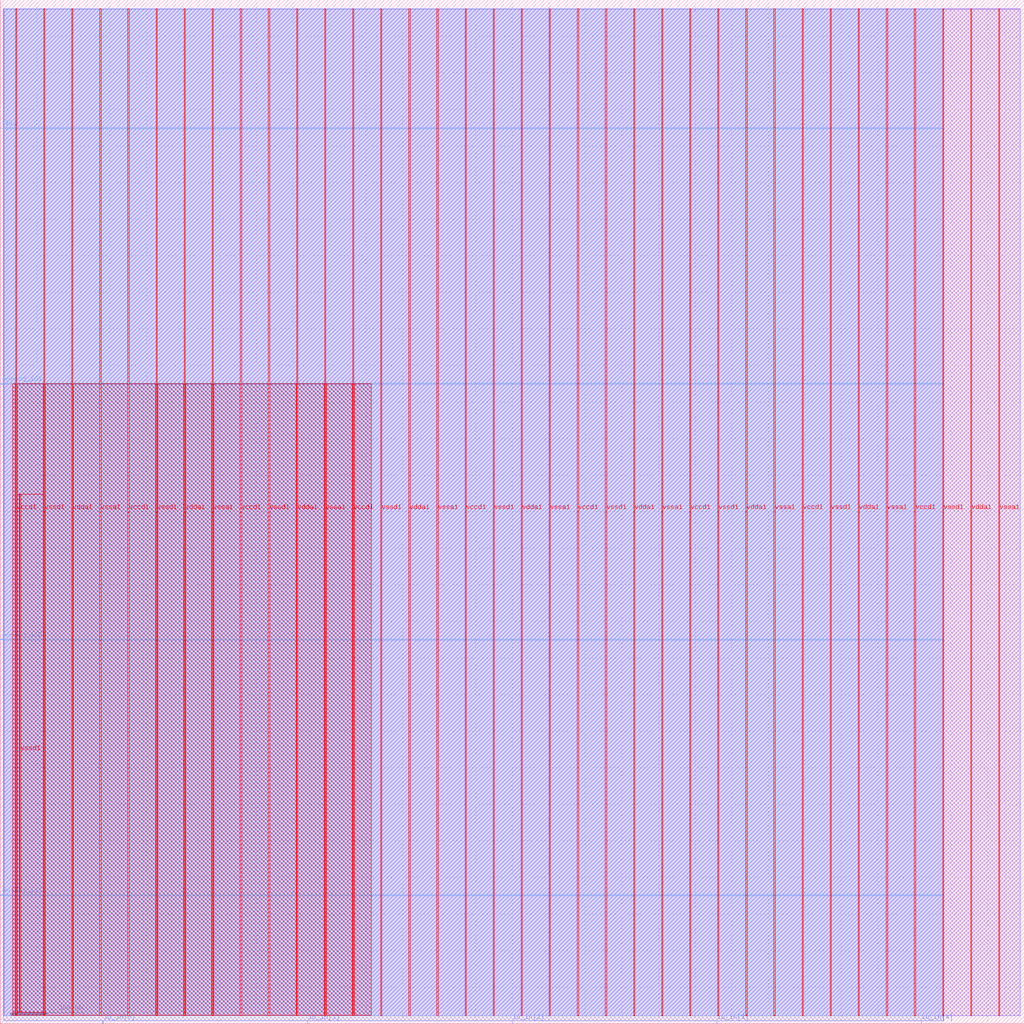
<source format=lef>
VERSION 5.7 ;
  NOWIREEXTENSIONATPIN ON ;
  DIVIDERCHAR "/" ;
  BUSBITCHARS "[]" ;
MACRO user_proj_example
  CLASS BLOCK ;
  FOREIGN user_proj_example ;
  ORIGIN 0.000 0.000 ;
  SIZE 1400.000 BY 1400.000 ;
  PIN SEL2
    DIRECTION INPUT ;
    USE SIGNAL ;
    ANTENNAGATEAREA 0.495000 ;
    PORT
      LAYER met3 ;
        RECT 0.000 1224.040 4.000 1224.640 ;
    END
  END SEL2
  PIN analog_io1
    DIRECTION INPUT ;
    USE SIGNAL ;
    PORT
      LAYER met3 ;
        RECT 0.000 874.520 4.000 875.120 ;
    END
  END analog_io1
  PIN analog_io2
    DIRECTION INOUT ;
    USE SIGNAL ;
    ANTENNADIFFAREA 0.434700 ;
    PORT
      LAYER met3 ;
        RECT 0.000 525.000 4.000 525.600 ;
    END
  END analog_io2
  PIN analog_io3
    DIRECTION INPUT ;
    USE SIGNAL ;
    PORT
      LAYER met3 ;
        RECT 0.000 175.480 4.000 176.080 ;
    END
  END analog_io3
  PIN io_in[0]
    DIRECTION INPUT ;
    USE SIGNAL ;
    ANTENNAGATEAREA 0.213000 ;
    PORT
      LAYER met2 ;
        RECT 140.390 0.000 140.670 4.000 ;
    END
  END io_in[0]
  PIN io_in[1]
    DIRECTION INPUT ;
    USE SIGNAL ;
    ANTENNAGATEAREA 0.247500 ;
    PORT
      LAYER met2 ;
        RECT 420.070 0.000 420.350 4.000 ;
    END
  END io_in[1]
  PIN io_in[2]
    DIRECTION INPUT ;
    USE SIGNAL ;
    ANTENNAGATEAREA 0.213000 ;
    PORT
      LAYER met2 ;
        RECT 699.750 0.000 700.030 4.000 ;
    END
  END io_in[2]
  PIN io_in[3]
    DIRECTION INPUT ;
    USE SIGNAL ;
    ANTENNAGATEAREA 0.213000 ;
    PORT
      LAYER met2 ;
        RECT 979.430 0.000 979.710 4.000 ;
    END
  END io_in[3]
  PIN io_in[4]
    DIRECTION INPUT ;
    USE SIGNAL ;
    ANTENNAGATEAREA 0.990000 ;
    PORT
      LAYER met2 ;
        RECT 1259.110 0.000 1259.390 4.000 ;
    END
  END io_in[4]
  PIN vccd1
    DIRECTION INOUT ;
    USE POWER ;
    PORT
      LAYER met4 ;
        RECT 21.040 10.640 22.640 1387.440 ;
    END
    PORT
      LAYER met4 ;
        RECT 174.640 10.640 176.240 1387.440 ;
    END
    PORT
      LAYER met4 ;
        RECT 328.240 10.640 329.840 1387.440 ;
    END
    PORT
      LAYER met4 ;
        RECT 481.840 10.640 483.440 1387.440 ;
    END
    PORT
      LAYER met4 ;
        RECT 635.440 10.640 637.040 1387.440 ;
    END
    PORT
      LAYER met4 ;
        RECT 789.040 10.640 790.640 1387.440 ;
    END
    PORT
      LAYER met4 ;
        RECT 942.640 10.640 944.240 1387.440 ;
    END
    PORT
      LAYER met4 ;
        RECT 1096.240 10.640 1097.840 1387.440 ;
    END
    PORT
      LAYER met4 ;
        RECT 1249.840 10.640 1251.440 1387.440 ;
    END
  END vccd1
  PIN vdda1
    DIRECTION INOUT ;
    USE POWER ;
    PORT
      LAYER met4 ;
        RECT 97.840 10.640 99.440 1387.440 ;
    END
    PORT
      LAYER met4 ;
        RECT 251.440 10.640 253.040 1387.440 ;
    END
    PORT
      LAYER met4 ;
        RECT 405.040 10.640 406.640 1387.440 ;
    END
    PORT
      LAYER met4 ;
        RECT 558.640 10.640 560.240 1387.440 ;
    END
    PORT
      LAYER met4 ;
        RECT 712.240 10.640 713.840 1387.440 ;
    END
    PORT
      LAYER met4 ;
        RECT 865.840 10.640 867.440 1387.440 ;
    END
    PORT
      LAYER met4 ;
        RECT 1019.440 10.640 1021.040 1387.440 ;
    END
    PORT
      LAYER met4 ;
        RECT 1173.040 10.640 1174.640 1387.440 ;
    END
    PORT
      LAYER met4 ;
        RECT 1326.640 10.640 1328.240 1387.440 ;
    END
  END vdda1
  PIN vssa1
    DIRECTION INOUT ;
    USE GROUND ;
    PORT
      LAYER met4 ;
        RECT 136.240 10.640 137.840 1387.440 ;
    END
    PORT
      LAYER met4 ;
        RECT 289.840 10.640 291.440 1387.440 ;
    END
    PORT
      LAYER met4 ;
        RECT 443.440 10.640 445.040 1387.440 ;
    END
    PORT
      LAYER met4 ;
        RECT 597.040 10.640 598.640 1387.440 ;
    END
    PORT
      LAYER met4 ;
        RECT 750.640 10.640 752.240 1387.440 ;
    END
    PORT
      LAYER met4 ;
        RECT 904.240 10.640 905.840 1387.440 ;
    END
    PORT
      LAYER met4 ;
        RECT 1057.840 10.640 1059.440 1387.440 ;
    END
    PORT
      LAYER met4 ;
        RECT 1211.440 10.640 1213.040 1387.440 ;
    END
    PORT
      LAYER met4 ;
        RECT 1365.040 10.640 1366.640 1387.440 ;
    END
  END vssa1
  PIN vssd1
    DIRECTION INOUT ;
    USE GROUND ;
    PORT
      LAYER met4 ;
        RECT 59.440 10.640 61.040 1387.440 ;
    END
    PORT
      LAYER met4 ;
        RECT 213.040 10.640 214.640 1387.440 ;
    END
    PORT
      LAYER met4 ;
        RECT 366.640 10.640 368.240 1387.440 ;
    END
    PORT
      LAYER met4 ;
        RECT 520.240 10.640 521.840 1387.440 ;
    END
    PORT
      LAYER met4 ;
        RECT 673.840 10.640 675.440 1387.440 ;
    END
    PORT
      LAYER met4 ;
        RECT 827.440 10.640 829.040 1387.440 ;
    END
    PORT
      LAYER met4 ;
        RECT 981.040 10.640 982.640 1387.440 ;
    END
    PORT
      LAYER met4 ;
        RECT 1134.640 10.640 1136.240 1387.440 ;
    END
    PORT
      LAYER met4 ;
        RECT 1288.240 10.640 1289.840 1387.440 ;
    END
    PORT
      LAYER met4 ;
        RECT 26.340 16.080 27.940 723.760 ;
    END
  END vssd1
  OBS
      LAYER li1 ;
        RECT 5.520 10.795 1394.260 1387.285 ;
      LAYER met1 ;
        RECT 4.670 10.640 1394.260 1387.440 ;
      LAYER met2 ;
        RECT 4.690 4.280 1289.810 1387.385 ;
        RECT 4.690 4.000 140.110 4.280 ;
        RECT 140.950 4.000 419.790 4.280 ;
        RECT 420.630 4.000 699.470 4.280 ;
        RECT 700.310 4.000 979.150 4.280 ;
        RECT 979.990 4.000 1258.830 4.280 ;
        RECT 1259.670 4.000 1289.810 4.280 ;
      LAYER met3 ;
        RECT 4.000 1225.040 1289.830 1387.365 ;
        RECT 4.400 1223.640 1289.830 1225.040 ;
        RECT 4.000 875.520 1289.830 1223.640 ;
        RECT 4.400 874.120 1289.830 875.520 ;
        RECT 4.000 526.000 1289.830 874.120 ;
        RECT 4.400 524.600 1289.830 526.000 ;
        RECT 4.000 176.480 1289.830 524.600 ;
        RECT 4.400 175.080 1289.830 176.480 ;
        RECT 4.000 10.715 1289.830 175.080 ;
      LAYER met4 ;
        RECT 16.855 11.735 20.640 874.985 ;
        RECT 23.040 724.160 59.040 874.985 ;
        RECT 23.040 15.680 25.940 724.160 ;
        RECT 28.340 15.680 59.040 724.160 ;
        RECT 23.040 11.735 59.040 15.680 ;
        RECT 61.440 11.735 97.440 874.985 ;
        RECT 99.840 11.735 135.840 874.985 ;
        RECT 138.240 11.735 174.240 874.985 ;
        RECT 176.640 11.735 212.640 874.985 ;
        RECT 215.040 11.735 251.040 874.985 ;
        RECT 253.440 11.735 289.440 874.985 ;
        RECT 291.840 11.735 327.840 874.985 ;
        RECT 330.240 11.735 366.240 874.985 ;
        RECT 368.640 11.735 404.640 874.985 ;
        RECT 407.040 11.735 443.040 874.985 ;
        RECT 445.440 11.735 481.440 874.985 ;
        RECT 483.840 11.735 507.545 874.985 ;
  END
END user_proj_example
END LIBRARY


</source>
